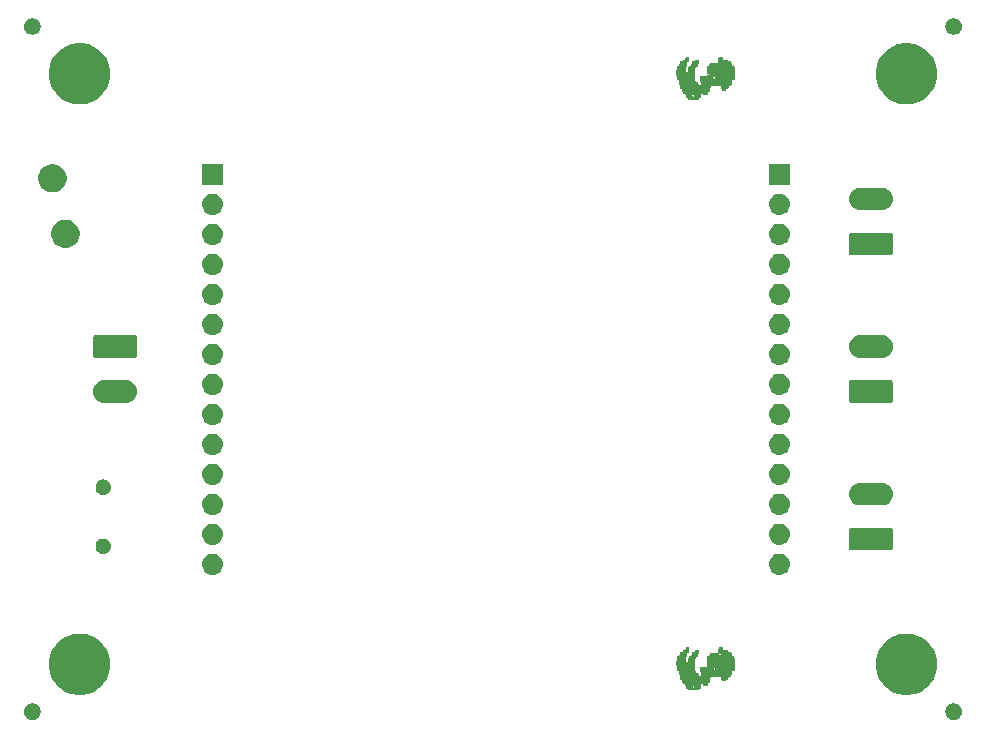
<source format=gbs>
G04 #@! TF.GenerationSoftware,KiCad,Pcbnew,(5.1.2-1)-1*
G04 #@! TF.CreationDate,2022-02-16T12:06:33-05:00*
G04 #@! TF.ProjectId,AmpClassD_Daugher,416d7043-6c61-4737-9344-5f4461756768,rev?*
G04 #@! TF.SameCoordinates,Original*
G04 #@! TF.FileFunction,Soldermask,Bot*
G04 #@! TF.FilePolarity,Negative*
%FSLAX46Y46*%
G04 Gerber Fmt 4.6, Leading zero omitted, Abs format (unit mm)*
G04 Created by KiCad (PCBNEW (5.1.2-1)-1) date 2022-02-16 12:06:33*
%MOMM*%
%LPD*%
G04 APERTURE LIST*
%ADD10C,0.010000*%
%ADD11C,0.100000*%
G04 APERTURE END LIST*
D10*
G36*
X120603000Y-90063500D02*
G01*
X120603000Y-90444500D01*
X120730000Y-90444500D01*
X120730000Y-90825500D01*
X120857000Y-90825500D01*
X120857000Y-91206500D01*
X120984000Y-91206500D01*
X120984000Y-91460500D01*
X121111000Y-91460500D01*
X121111000Y-91587500D01*
X121238000Y-91587500D01*
X121238000Y-91714500D01*
X121365000Y-91714500D01*
X121365000Y-91968500D01*
X121492000Y-91968500D01*
X121492000Y-92095500D01*
X122381000Y-92095500D01*
X122381000Y-91968500D01*
X122508000Y-91968500D01*
X122508000Y-91460500D01*
X122635000Y-91460500D01*
X122635000Y-91587500D01*
X122762000Y-91587500D01*
X122762000Y-91714500D01*
X123143000Y-91714500D01*
X123143000Y-91460500D01*
X123270000Y-91460500D01*
X123270000Y-91079500D01*
X123397000Y-91079500D01*
X123397000Y-90952500D01*
X124286000Y-90952500D01*
X124286000Y-91206500D01*
X124413000Y-91206500D01*
X124413000Y-91333500D01*
X124667000Y-91333500D01*
X124667000Y-91206500D01*
X124794000Y-91206500D01*
X124794000Y-91079500D01*
X124921000Y-91079500D01*
X124921000Y-90952500D01*
X125048000Y-90952500D01*
X125048000Y-90825500D01*
X125175000Y-90825500D01*
X125175000Y-90444500D01*
X125428975Y-90444500D01*
X125429622Y-89935865D01*
X125430270Y-89427230D01*
X125366051Y-89427948D01*
X125301832Y-89428667D01*
X125302551Y-89364448D01*
X125303270Y-89300230D01*
X125239135Y-89300948D01*
X125175000Y-89301667D01*
X125175000Y-89047500D01*
X125048000Y-89047500D01*
X125048000Y-88920500D01*
X124794000Y-88920500D01*
X124794000Y-88793500D01*
X124413000Y-88793500D01*
X124413000Y-88539500D01*
X124159000Y-88539500D01*
X124159000Y-88666500D01*
X124032000Y-88666500D01*
X124032000Y-89047500D01*
X124286000Y-89047500D01*
X124286000Y-89174500D01*
X124032000Y-89174500D01*
X124032000Y-89047500D01*
X123524000Y-89047500D01*
X123524000Y-90190500D01*
X123778000Y-90190500D01*
X123778000Y-90444500D01*
X123651000Y-90444500D01*
X123651000Y-90317500D01*
X123524000Y-90317500D01*
X123524000Y-90190500D01*
X123524000Y-89047500D01*
X123397000Y-89047500D01*
X123397000Y-89174500D01*
X123270000Y-89174500D01*
X123270000Y-89301500D01*
X123143000Y-89301500D01*
X123143000Y-89936500D01*
X123270000Y-89936500D01*
X123270000Y-90063500D01*
X123143000Y-90063500D01*
X123143000Y-90190500D01*
X122508000Y-90190500D01*
X122508000Y-90571500D01*
X122635000Y-90571500D01*
X122635000Y-90952500D01*
X122381000Y-90952500D01*
X122381000Y-90825500D01*
X122254000Y-90825500D01*
X122254000Y-90698500D01*
X122127000Y-90698500D01*
X122127000Y-90571500D01*
X122000000Y-90571500D01*
X122000000Y-89428500D01*
X122127000Y-89428500D01*
X122127000Y-89301500D01*
X122254000Y-89301500D01*
X122254000Y-89047500D01*
X122381000Y-89047500D01*
X122381000Y-88793500D01*
X122127000Y-88793500D01*
X122127000Y-88920500D01*
X121873000Y-88920500D01*
X121873000Y-89174500D01*
X121746000Y-89174500D01*
X121746000Y-89301500D01*
X121746000Y-91587500D01*
X121873000Y-91587500D01*
X121873000Y-91714500D01*
X122000000Y-91714500D01*
X122000000Y-91968500D01*
X121873000Y-91968500D01*
X121873000Y-91841500D01*
X121746000Y-91841500D01*
X121746000Y-91587500D01*
X121746000Y-89301500D01*
X121619000Y-89301500D01*
X121619000Y-89428500D01*
X121492000Y-89428500D01*
X121492000Y-89809500D01*
X121365000Y-89809500D01*
X121365000Y-90571500D01*
X121238000Y-90571500D01*
X121238000Y-89301500D01*
X121365000Y-89301500D01*
X121365000Y-88920500D01*
X121492000Y-88920500D01*
X121492000Y-88539500D01*
X121365000Y-88539500D01*
X121365000Y-88666500D01*
X121238000Y-88666500D01*
X121238000Y-88793500D01*
X121111000Y-88793500D01*
X121111000Y-88920500D01*
X120857000Y-88920500D01*
X120857000Y-89174500D01*
X120730000Y-89174500D01*
X120730000Y-89301500D01*
X120603000Y-89301500D01*
X120603000Y-89682500D01*
X120476000Y-89682500D01*
X120476000Y-90063500D01*
X120603000Y-90063500D01*
X120603000Y-90063500D01*
G37*
X120603000Y-90063500D02*
X120603000Y-90444500D01*
X120730000Y-90444500D01*
X120730000Y-90825500D01*
X120857000Y-90825500D01*
X120857000Y-91206500D01*
X120984000Y-91206500D01*
X120984000Y-91460500D01*
X121111000Y-91460500D01*
X121111000Y-91587500D01*
X121238000Y-91587500D01*
X121238000Y-91714500D01*
X121365000Y-91714500D01*
X121365000Y-91968500D01*
X121492000Y-91968500D01*
X121492000Y-92095500D01*
X122381000Y-92095500D01*
X122381000Y-91968500D01*
X122508000Y-91968500D01*
X122508000Y-91460500D01*
X122635000Y-91460500D01*
X122635000Y-91587500D01*
X122762000Y-91587500D01*
X122762000Y-91714500D01*
X123143000Y-91714500D01*
X123143000Y-91460500D01*
X123270000Y-91460500D01*
X123270000Y-91079500D01*
X123397000Y-91079500D01*
X123397000Y-90952500D01*
X124286000Y-90952500D01*
X124286000Y-91206500D01*
X124413000Y-91206500D01*
X124413000Y-91333500D01*
X124667000Y-91333500D01*
X124667000Y-91206500D01*
X124794000Y-91206500D01*
X124794000Y-91079500D01*
X124921000Y-91079500D01*
X124921000Y-90952500D01*
X125048000Y-90952500D01*
X125048000Y-90825500D01*
X125175000Y-90825500D01*
X125175000Y-90444500D01*
X125428975Y-90444500D01*
X125429622Y-89935865D01*
X125430270Y-89427230D01*
X125366051Y-89427948D01*
X125301832Y-89428667D01*
X125302551Y-89364448D01*
X125303270Y-89300230D01*
X125239135Y-89300948D01*
X125175000Y-89301667D01*
X125175000Y-89047500D01*
X125048000Y-89047500D01*
X125048000Y-88920500D01*
X124794000Y-88920500D01*
X124794000Y-88793500D01*
X124413000Y-88793500D01*
X124413000Y-88539500D01*
X124159000Y-88539500D01*
X124159000Y-88666500D01*
X124032000Y-88666500D01*
X124032000Y-89047500D01*
X124286000Y-89047500D01*
X124286000Y-89174500D01*
X124032000Y-89174500D01*
X124032000Y-89047500D01*
X123524000Y-89047500D01*
X123524000Y-90190500D01*
X123778000Y-90190500D01*
X123778000Y-90444500D01*
X123651000Y-90444500D01*
X123651000Y-90317500D01*
X123524000Y-90317500D01*
X123524000Y-90190500D01*
X123524000Y-89047500D01*
X123397000Y-89047500D01*
X123397000Y-89174500D01*
X123270000Y-89174500D01*
X123270000Y-89301500D01*
X123143000Y-89301500D01*
X123143000Y-89936500D01*
X123270000Y-89936500D01*
X123270000Y-90063500D01*
X123143000Y-90063500D01*
X123143000Y-90190500D01*
X122508000Y-90190500D01*
X122508000Y-90571500D01*
X122635000Y-90571500D01*
X122635000Y-90952500D01*
X122381000Y-90952500D01*
X122381000Y-90825500D01*
X122254000Y-90825500D01*
X122254000Y-90698500D01*
X122127000Y-90698500D01*
X122127000Y-90571500D01*
X122000000Y-90571500D01*
X122000000Y-89428500D01*
X122127000Y-89428500D01*
X122127000Y-89301500D01*
X122254000Y-89301500D01*
X122254000Y-89047500D01*
X122381000Y-89047500D01*
X122381000Y-88793500D01*
X122127000Y-88793500D01*
X122127000Y-88920500D01*
X121873000Y-88920500D01*
X121873000Y-89174500D01*
X121746000Y-89174500D01*
X121746000Y-89301500D01*
X121746000Y-91587500D01*
X121873000Y-91587500D01*
X121873000Y-91714500D01*
X122000000Y-91714500D01*
X122000000Y-91968500D01*
X121873000Y-91968500D01*
X121873000Y-91841500D01*
X121746000Y-91841500D01*
X121746000Y-91587500D01*
X121746000Y-89301500D01*
X121619000Y-89301500D01*
X121619000Y-89428500D01*
X121492000Y-89428500D01*
X121492000Y-89809500D01*
X121365000Y-89809500D01*
X121365000Y-90571500D01*
X121238000Y-90571500D01*
X121238000Y-89301500D01*
X121365000Y-89301500D01*
X121365000Y-88920500D01*
X121492000Y-88920500D01*
X121492000Y-88539500D01*
X121365000Y-88539500D01*
X121365000Y-88666500D01*
X121238000Y-88666500D01*
X121238000Y-88793500D01*
X121111000Y-88793500D01*
X121111000Y-88920500D01*
X120857000Y-88920500D01*
X120857000Y-89174500D01*
X120730000Y-89174500D01*
X120730000Y-89301500D01*
X120603000Y-89301500D01*
X120603000Y-89682500D01*
X120476000Y-89682500D01*
X120476000Y-90063500D01*
X120603000Y-90063500D01*
G36*
X120603000Y-40063500D02*
G01*
X120603000Y-40444500D01*
X120730000Y-40444500D01*
X120730000Y-40825500D01*
X120857000Y-40825500D01*
X120857000Y-41206500D01*
X120984000Y-41206500D01*
X120984000Y-41460500D01*
X121111000Y-41460500D01*
X121111000Y-41587500D01*
X121238000Y-41587500D01*
X121238000Y-41714500D01*
X121365000Y-41714500D01*
X121365000Y-41968500D01*
X121492000Y-41968500D01*
X121492000Y-42095500D01*
X122381000Y-42095500D01*
X122381000Y-41968500D01*
X122508000Y-41968500D01*
X122508000Y-41460500D01*
X122635000Y-41460500D01*
X122635000Y-41587500D01*
X122762000Y-41587500D01*
X122762000Y-41714500D01*
X123143000Y-41714500D01*
X123143000Y-41460500D01*
X123270000Y-41460500D01*
X123270000Y-41079500D01*
X123397000Y-41079500D01*
X123397000Y-40952500D01*
X124286000Y-40952500D01*
X124286000Y-41206500D01*
X124413000Y-41206500D01*
X124413000Y-41333500D01*
X124667000Y-41333500D01*
X124667000Y-41206500D01*
X124794000Y-41206500D01*
X124794000Y-41079500D01*
X124921000Y-41079500D01*
X124921000Y-40952500D01*
X125048000Y-40952500D01*
X125048000Y-40825500D01*
X125175000Y-40825500D01*
X125175000Y-40444500D01*
X125428975Y-40444500D01*
X125429622Y-39935865D01*
X125430270Y-39427230D01*
X125366051Y-39427948D01*
X125301832Y-39428667D01*
X125302551Y-39364448D01*
X125303270Y-39300230D01*
X125239135Y-39300948D01*
X125175000Y-39301667D01*
X125175000Y-39047500D01*
X125048000Y-39047500D01*
X125048000Y-38920500D01*
X124794000Y-38920500D01*
X124794000Y-38793500D01*
X124413000Y-38793500D01*
X124413000Y-38539500D01*
X124159000Y-38539500D01*
X124159000Y-38666500D01*
X124032000Y-38666500D01*
X124032000Y-39047500D01*
X124286000Y-39047500D01*
X124286000Y-39174500D01*
X124032000Y-39174500D01*
X124032000Y-39047500D01*
X123524000Y-39047500D01*
X123524000Y-40190500D01*
X123778000Y-40190500D01*
X123778000Y-40444500D01*
X123651000Y-40444500D01*
X123651000Y-40317500D01*
X123524000Y-40317500D01*
X123524000Y-40190500D01*
X123524000Y-39047500D01*
X123397000Y-39047500D01*
X123397000Y-39174500D01*
X123270000Y-39174500D01*
X123270000Y-39301500D01*
X123143000Y-39301500D01*
X123143000Y-39936500D01*
X123270000Y-39936500D01*
X123270000Y-40063500D01*
X123143000Y-40063500D01*
X123143000Y-40190500D01*
X122508000Y-40190500D01*
X122508000Y-40571500D01*
X122635000Y-40571500D01*
X122635000Y-40952500D01*
X122381000Y-40952500D01*
X122381000Y-40825500D01*
X122254000Y-40825500D01*
X122254000Y-40698500D01*
X122127000Y-40698500D01*
X122127000Y-40571500D01*
X122000000Y-40571500D01*
X122000000Y-39428500D01*
X122127000Y-39428500D01*
X122127000Y-39301500D01*
X122254000Y-39301500D01*
X122254000Y-39047500D01*
X122381000Y-39047500D01*
X122381000Y-38793500D01*
X122127000Y-38793500D01*
X122127000Y-38920500D01*
X121873000Y-38920500D01*
X121873000Y-39174500D01*
X121746000Y-39174500D01*
X121746000Y-39301500D01*
X121746000Y-41587500D01*
X121873000Y-41587500D01*
X121873000Y-41714500D01*
X122000000Y-41714500D01*
X122000000Y-41968500D01*
X121873000Y-41968500D01*
X121873000Y-41841500D01*
X121746000Y-41841500D01*
X121746000Y-41587500D01*
X121746000Y-39301500D01*
X121619000Y-39301500D01*
X121619000Y-39428500D01*
X121492000Y-39428500D01*
X121492000Y-39809500D01*
X121365000Y-39809500D01*
X121365000Y-40571500D01*
X121238000Y-40571500D01*
X121238000Y-39301500D01*
X121365000Y-39301500D01*
X121365000Y-38920500D01*
X121492000Y-38920500D01*
X121492000Y-38539500D01*
X121365000Y-38539500D01*
X121365000Y-38666500D01*
X121238000Y-38666500D01*
X121238000Y-38793500D01*
X121111000Y-38793500D01*
X121111000Y-38920500D01*
X120857000Y-38920500D01*
X120857000Y-39174500D01*
X120730000Y-39174500D01*
X120730000Y-39301500D01*
X120603000Y-39301500D01*
X120603000Y-39682500D01*
X120476000Y-39682500D01*
X120476000Y-40063500D01*
X120603000Y-40063500D01*
X120603000Y-40063500D01*
G37*
X120603000Y-40063500D02*
X120603000Y-40444500D01*
X120730000Y-40444500D01*
X120730000Y-40825500D01*
X120857000Y-40825500D01*
X120857000Y-41206500D01*
X120984000Y-41206500D01*
X120984000Y-41460500D01*
X121111000Y-41460500D01*
X121111000Y-41587500D01*
X121238000Y-41587500D01*
X121238000Y-41714500D01*
X121365000Y-41714500D01*
X121365000Y-41968500D01*
X121492000Y-41968500D01*
X121492000Y-42095500D01*
X122381000Y-42095500D01*
X122381000Y-41968500D01*
X122508000Y-41968500D01*
X122508000Y-41460500D01*
X122635000Y-41460500D01*
X122635000Y-41587500D01*
X122762000Y-41587500D01*
X122762000Y-41714500D01*
X123143000Y-41714500D01*
X123143000Y-41460500D01*
X123270000Y-41460500D01*
X123270000Y-41079500D01*
X123397000Y-41079500D01*
X123397000Y-40952500D01*
X124286000Y-40952500D01*
X124286000Y-41206500D01*
X124413000Y-41206500D01*
X124413000Y-41333500D01*
X124667000Y-41333500D01*
X124667000Y-41206500D01*
X124794000Y-41206500D01*
X124794000Y-41079500D01*
X124921000Y-41079500D01*
X124921000Y-40952500D01*
X125048000Y-40952500D01*
X125048000Y-40825500D01*
X125175000Y-40825500D01*
X125175000Y-40444500D01*
X125428975Y-40444500D01*
X125429622Y-39935865D01*
X125430270Y-39427230D01*
X125366051Y-39427948D01*
X125301832Y-39428667D01*
X125302551Y-39364448D01*
X125303270Y-39300230D01*
X125239135Y-39300948D01*
X125175000Y-39301667D01*
X125175000Y-39047500D01*
X125048000Y-39047500D01*
X125048000Y-38920500D01*
X124794000Y-38920500D01*
X124794000Y-38793500D01*
X124413000Y-38793500D01*
X124413000Y-38539500D01*
X124159000Y-38539500D01*
X124159000Y-38666500D01*
X124032000Y-38666500D01*
X124032000Y-39047500D01*
X124286000Y-39047500D01*
X124286000Y-39174500D01*
X124032000Y-39174500D01*
X124032000Y-39047500D01*
X123524000Y-39047500D01*
X123524000Y-40190500D01*
X123778000Y-40190500D01*
X123778000Y-40444500D01*
X123651000Y-40444500D01*
X123651000Y-40317500D01*
X123524000Y-40317500D01*
X123524000Y-40190500D01*
X123524000Y-39047500D01*
X123397000Y-39047500D01*
X123397000Y-39174500D01*
X123270000Y-39174500D01*
X123270000Y-39301500D01*
X123143000Y-39301500D01*
X123143000Y-39936500D01*
X123270000Y-39936500D01*
X123270000Y-40063500D01*
X123143000Y-40063500D01*
X123143000Y-40190500D01*
X122508000Y-40190500D01*
X122508000Y-40571500D01*
X122635000Y-40571500D01*
X122635000Y-40952500D01*
X122381000Y-40952500D01*
X122381000Y-40825500D01*
X122254000Y-40825500D01*
X122254000Y-40698500D01*
X122127000Y-40698500D01*
X122127000Y-40571500D01*
X122000000Y-40571500D01*
X122000000Y-39428500D01*
X122127000Y-39428500D01*
X122127000Y-39301500D01*
X122254000Y-39301500D01*
X122254000Y-39047500D01*
X122381000Y-39047500D01*
X122381000Y-38793500D01*
X122127000Y-38793500D01*
X122127000Y-38920500D01*
X121873000Y-38920500D01*
X121873000Y-39174500D01*
X121746000Y-39174500D01*
X121746000Y-39301500D01*
X121746000Y-41587500D01*
X121873000Y-41587500D01*
X121873000Y-41714500D01*
X122000000Y-41714500D01*
X122000000Y-41968500D01*
X121873000Y-41968500D01*
X121873000Y-41841500D01*
X121746000Y-41841500D01*
X121746000Y-41587500D01*
X121746000Y-39301500D01*
X121619000Y-39301500D01*
X121619000Y-39428500D01*
X121492000Y-39428500D01*
X121492000Y-39809500D01*
X121365000Y-39809500D01*
X121365000Y-40571500D01*
X121238000Y-40571500D01*
X121238000Y-39301500D01*
X121365000Y-39301500D01*
X121365000Y-38920500D01*
X121492000Y-38920500D01*
X121492000Y-38539500D01*
X121365000Y-38539500D01*
X121365000Y-38666500D01*
X121238000Y-38666500D01*
X121238000Y-38793500D01*
X121111000Y-38793500D01*
X121111000Y-38920500D01*
X120857000Y-38920500D01*
X120857000Y-39174500D01*
X120730000Y-39174500D01*
X120730000Y-39301500D01*
X120603000Y-39301500D01*
X120603000Y-39682500D01*
X120476000Y-39682500D01*
X120476000Y-40063500D01*
X120603000Y-40063500D01*
D11*
G36*
X144204473Y-93325938D02*
G01*
X144332049Y-93378782D01*
X144446859Y-93455495D01*
X144544505Y-93553141D01*
X144621218Y-93667951D01*
X144674062Y-93795527D01*
X144701000Y-93930956D01*
X144701000Y-94069044D01*
X144674062Y-94204473D01*
X144621218Y-94332049D01*
X144544505Y-94446859D01*
X144446859Y-94544505D01*
X144332049Y-94621218D01*
X144204473Y-94674062D01*
X144069044Y-94701000D01*
X143930956Y-94701000D01*
X143795527Y-94674062D01*
X143667951Y-94621218D01*
X143553141Y-94544505D01*
X143455495Y-94446859D01*
X143378782Y-94332049D01*
X143325938Y-94204473D01*
X143299000Y-94069044D01*
X143299000Y-93930956D01*
X143325938Y-93795527D01*
X143378782Y-93667951D01*
X143455495Y-93553141D01*
X143553141Y-93455495D01*
X143667951Y-93378782D01*
X143795527Y-93325938D01*
X143930956Y-93299000D01*
X144069044Y-93299000D01*
X144204473Y-93325938D01*
X144204473Y-93325938D01*
G37*
G36*
X66204473Y-93325938D02*
G01*
X66332049Y-93378782D01*
X66446859Y-93455495D01*
X66544505Y-93553141D01*
X66621218Y-93667951D01*
X66674062Y-93795527D01*
X66701000Y-93930956D01*
X66701000Y-94069044D01*
X66674062Y-94204473D01*
X66621218Y-94332049D01*
X66544505Y-94446859D01*
X66446859Y-94544505D01*
X66332049Y-94621218D01*
X66204473Y-94674062D01*
X66069044Y-94701000D01*
X65930956Y-94701000D01*
X65795527Y-94674062D01*
X65667951Y-94621218D01*
X65553141Y-94544505D01*
X65455495Y-94446859D01*
X65378782Y-94332049D01*
X65325938Y-94204473D01*
X65299000Y-94069044D01*
X65299000Y-93930956D01*
X65325938Y-93795527D01*
X65378782Y-93667951D01*
X65455495Y-93553141D01*
X65553141Y-93455495D01*
X65667951Y-93378782D01*
X65795527Y-93325938D01*
X65930956Y-93299000D01*
X66069044Y-93299000D01*
X66204473Y-93325938D01*
X66204473Y-93325938D01*
G37*
G36*
X140591318Y-87465052D02*
G01*
X140758859Y-87498378D01*
X141232320Y-87694492D01*
X141658423Y-87979205D01*
X142020795Y-88341577D01*
X142305508Y-88767680D01*
X142501622Y-89241141D01*
X142601600Y-89743765D01*
X142601600Y-90256235D01*
X142501622Y-90758859D01*
X142305508Y-91232320D01*
X142020795Y-91658423D01*
X141658423Y-92020795D01*
X141232320Y-92305508D01*
X140758859Y-92501622D01*
X140591318Y-92534948D01*
X140256237Y-92601600D01*
X139743763Y-92601600D01*
X139408682Y-92534948D01*
X139241141Y-92501622D01*
X138767680Y-92305508D01*
X138341577Y-92020795D01*
X137979205Y-91658423D01*
X137694492Y-91232320D01*
X137498378Y-90758859D01*
X137398400Y-90256235D01*
X137398400Y-89743765D01*
X137498378Y-89241141D01*
X137694492Y-88767680D01*
X137979205Y-88341577D01*
X138341577Y-87979205D01*
X138767680Y-87694492D01*
X139241141Y-87498378D01*
X139408682Y-87465052D01*
X139743763Y-87398400D01*
X140256237Y-87398400D01*
X140591318Y-87465052D01*
X140591318Y-87465052D01*
G37*
G36*
X70591318Y-87465052D02*
G01*
X70758859Y-87498378D01*
X71232320Y-87694492D01*
X71658423Y-87979205D01*
X72020795Y-88341577D01*
X72305508Y-88767680D01*
X72501622Y-89241141D01*
X72601600Y-89743765D01*
X72601600Y-90256235D01*
X72501622Y-90758859D01*
X72305508Y-91232320D01*
X72020795Y-91658423D01*
X71658423Y-92020795D01*
X71232320Y-92305508D01*
X70758859Y-92501622D01*
X70591318Y-92534948D01*
X70256237Y-92601600D01*
X69743763Y-92601600D01*
X69408682Y-92534948D01*
X69241141Y-92501622D01*
X68767680Y-92305508D01*
X68341577Y-92020795D01*
X67979205Y-91658423D01*
X67694492Y-91232320D01*
X67498378Y-90758859D01*
X67398400Y-90256235D01*
X67398400Y-89743765D01*
X67498378Y-89241141D01*
X67694492Y-88767680D01*
X67979205Y-88341577D01*
X68341577Y-87979205D01*
X68767680Y-87694492D01*
X69241141Y-87498378D01*
X69408682Y-87465052D01*
X69743763Y-87398400D01*
X70256237Y-87398400D01*
X70591318Y-87465052D01*
X70591318Y-87465052D01*
G37*
G36*
X129360442Y-80625518D02*
G01*
X129426627Y-80632037D01*
X129596466Y-80683557D01*
X129752991Y-80767222D01*
X129788729Y-80796552D01*
X129890186Y-80879814D01*
X129973448Y-80981271D01*
X130002778Y-81017009D01*
X130086443Y-81173534D01*
X130137963Y-81343373D01*
X130155359Y-81520000D01*
X130137963Y-81696627D01*
X130086443Y-81866466D01*
X130002778Y-82022991D01*
X129973448Y-82058729D01*
X129890186Y-82160186D01*
X129788729Y-82243448D01*
X129752991Y-82272778D01*
X129596466Y-82356443D01*
X129426627Y-82407963D01*
X129360443Y-82414481D01*
X129294260Y-82421000D01*
X129205740Y-82421000D01*
X129139557Y-82414481D01*
X129073373Y-82407963D01*
X128903534Y-82356443D01*
X128747009Y-82272778D01*
X128711271Y-82243448D01*
X128609814Y-82160186D01*
X128526552Y-82058729D01*
X128497222Y-82022991D01*
X128413557Y-81866466D01*
X128362037Y-81696627D01*
X128344641Y-81520000D01*
X128362037Y-81343373D01*
X128413557Y-81173534D01*
X128497222Y-81017009D01*
X128526552Y-80981271D01*
X128609814Y-80879814D01*
X128711271Y-80796552D01*
X128747009Y-80767222D01*
X128903534Y-80683557D01*
X129073373Y-80632037D01*
X129139558Y-80625518D01*
X129205740Y-80619000D01*
X129294260Y-80619000D01*
X129360442Y-80625518D01*
X129360442Y-80625518D01*
G37*
G36*
X81360442Y-80625518D02*
G01*
X81426627Y-80632037D01*
X81596466Y-80683557D01*
X81752991Y-80767222D01*
X81788729Y-80796552D01*
X81890186Y-80879814D01*
X81973448Y-80981271D01*
X82002778Y-81017009D01*
X82086443Y-81173534D01*
X82137963Y-81343373D01*
X82155359Y-81520000D01*
X82137963Y-81696627D01*
X82086443Y-81866466D01*
X82002778Y-82022991D01*
X81973448Y-82058729D01*
X81890186Y-82160186D01*
X81788729Y-82243448D01*
X81752991Y-82272778D01*
X81596466Y-82356443D01*
X81426627Y-82407963D01*
X81360443Y-82414481D01*
X81294260Y-82421000D01*
X81205740Y-82421000D01*
X81139557Y-82414481D01*
X81073373Y-82407963D01*
X80903534Y-82356443D01*
X80747009Y-82272778D01*
X80711271Y-82243448D01*
X80609814Y-82160186D01*
X80526552Y-82058729D01*
X80497222Y-82022991D01*
X80413557Y-81866466D01*
X80362037Y-81696627D01*
X80344641Y-81520000D01*
X80362037Y-81343373D01*
X80413557Y-81173534D01*
X80497222Y-81017009D01*
X80526552Y-80981271D01*
X80609814Y-80879814D01*
X80711271Y-80796552D01*
X80747009Y-80767222D01*
X80903534Y-80683557D01*
X81073373Y-80632037D01*
X81139558Y-80625518D01*
X81205740Y-80619000D01*
X81294260Y-80619000D01*
X81360442Y-80625518D01*
X81360442Y-80625518D01*
G37*
G36*
X72189890Y-79374017D02*
G01*
X72308364Y-79423091D01*
X72414988Y-79494335D01*
X72505665Y-79585012D01*
X72576909Y-79691636D01*
X72625983Y-79810110D01*
X72651000Y-79935882D01*
X72651000Y-80064118D01*
X72625983Y-80189890D01*
X72576909Y-80308364D01*
X72505665Y-80414988D01*
X72414988Y-80505665D01*
X72308364Y-80576909D01*
X72308363Y-80576910D01*
X72308362Y-80576910D01*
X72189890Y-80625983D01*
X72064119Y-80651000D01*
X71935881Y-80651000D01*
X71810110Y-80625983D01*
X71691638Y-80576910D01*
X71691637Y-80576910D01*
X71691636Y-80576909D01*
X71585012Y-80505665D01*
X71494335Y-80414988D01*
X71423091Y-80308364D01*
X71374017Y-80189890D01*
X71349000Y-80064118D01*
X71349000Y-79935882D01*
X71374017Y-79810110D01*
X71423091Y-79691636D01*
X71494335Y-79585012D01*
X71585012Y-79494335D01*
X71691636Y-79423091D01*
X71810110Y-79374017D01*
X71935881Y-79349000D01*
X72064119Y-79349000D01*
X72189890Y-79374017D01*
X72189890Y-79374017D01*
G37*
G36*
X138710915Y-78457934D02*
G01*
X138743424Y-78467795D01*
X138773382Y-78483809D01*
X138799641Y-78505359D01*
X138821191Y-78531618D01*
X138837205Y-78561576D01*
X138847066Y-78594085D01*
X138851000Y-78634029D01*
X138851000Y-80175971D01*
X138847066Y-80215915D01*
X138837205Y-80248424D01*
X138821191Y-80278382D01*
X138799641Y-80304641D01*
X138773382Y-80326191D01*
X138743424Y-80342205D01*
X138710915Y-80352066D01*
X138670971Y-80356000D01*
X135329029Y-80356000D01*
X135289085Y-80352066D01*
X135256576Y-80342205D01*
X135226618Y-80326191D01*
X135200359Y-80304641D01*
X135178809Y-80278382D01*
X135162795Y-80248424D01*
X135152934Y-80215915D01*
X135149000Y-80175971D01*
X135149000Y-78634029D01*
X135152934Y-78594085D01*
X135162795Y-78561576D01*
X135178809Y-78531618D01*
X135200359Y-78505359D01*
X135226618Y-78483809D01*
X135256576Y-78467795D01*
X135289085Y-78457934D01*
X135329029Y-78454000D01*
X138670971Y-78454000D01*
X138710915Y-78457934D01*
X138710915Y-78457934D01*
G37*
G36*
X129360442Y-78085518D02*
G01*
X129426627Y-78092037D01*
X129596466Y-78143557D01*
X129752991Y-78227222D01*
X129788729Y-78256552D01*
X129890186Y-78339814D01*
X129973448Y-78441271D01*
X130002778Y-78477009D01*
X130086443Y-78633534D01*
X130137963Y-78803373D01*
X130155359Y-78980000D01*
X130137963Y-79156627D01*
X130086443Y-79326466D01*
X130002778Y-79482991D01*
X129993468Y-79494335D01*
X129890186Y-79620186D01*
X129803120Y-79691638D01*
X129752991Y-79732778D01*
X129596466Y-79816443D01*
X129426627Y-79867963D01*
X129360442Y-79874482D01*
X129294260Y-79881000D01*
X129205740Y-79881000D01*
X129139558Y-79874482D01*
X129073373Y-79867963D01*
X128903534Y-79816443D01*
X128747009Y-79732778D01*
X128696880Y-79691638D01*
X128609814Y-79620186D01*
X128506532Y-79494335D01*
X128497222Y-79482991D01*
X128413557Y-79326466D01*
X128362037Y-79156627D01*
X128344641Y-78980000D01*
X128362037Y-78803373D01*
X128413557Y-78633534D01*
X128497222Y-78477009D01*
X128526552Y-78441271D01*
X128609814Y-78339814D01*
X128711271Y-78256552D01*
X128747009Y-78227222D01*
X128903534Y-78143557D01*
X129073373Y-78092037D01*
X129139558Y-78085518D01*
X129205740Y-78079000D01*
X129294260Y-78079000D01*
X129360442Y-78085518D01*
X129360442Y-78085518D01*
G37*
G36*
X81360442Y-78085518D02*
G01*
X81426627Y-78092037D01*
X81596466Y-78143557D01*
X81752991Y-78227222D01*
X81788729Y-78256552D01*
X81890186Y-78339814D01*
X81973448Y-78441271D01*
X82002778Y-78477009D01*
X82086443Y-78633534D01*
X82137963Y-78803373D01*
X82155359Y-78980000D01*
X82137963Y-79156627D01*
X82086443Y-79326466D01*
X82002778Y-79482991D01*
X81993468Y-79494335D01*
X81890186Y-79620186D01*
X81803120Y-79691638D01*
X81752991Y-79732778D01*
X81596466Y-79816443D01*
X81426627Y-79867963D01*
X81360442Y-79874482D01*
X81294260Y-79881000D01*
X81205740Y-79881000D01*
X81139558Y-79874482D01*
X81073373Y-79867963D01*
X80903534Y-79816443D01*
X80747009Y-79732778D01*
X80696880Y-79691638D01*
X80609814Y-79620186D01*
X80506532Y-79494335D01*
X80497222Y-79482991D01*
X80413557Y-79326466D01*
X80362037Y-79156627D01*
X80344641Y-78980000D01*
X80362037Y-78803373D01*
X80413557Y-78633534D01*
X80497222Y-78477009D01*
X80526552Y-78441271D01*
X80609814Y-78339814D01*
X80711271Y-78256552D01*
X80747009Y-78227222D01*
X80903534Y-78143557D01*
X81073373Y-78092037D01*
X81139558Y-78085518D01*
X81205740Y-78079000D01*
X81294260Y-78079000D01*
X81360442Y-78085518D01*
X81360442Y-78085518D01*
G37*
G36*
X129360442Y-75545518D02*
G01*
X129426627Y-75552037D01*
X129596466Y-75603557D01*
X129752991Y-75687222D01*
X129788729Y-75716552D01*
X129890186Y-75799814D01*
X129973448Y-75901271D01*
X130002778Y-75937009D01*
X130086443Y-76093534D01*
X130137963Y-76263373D01*
X130155359Y-76440000D01*
X130137963Y-76616627D01*
X130086443Y-76786466D01*
X130002778Y-76942991D01*
X129973448Y-76978729D01*
X129890186Y-77080186D01*
X129788729Y-77163448D01*
X129752991Y-77192778D01*
X129596466Y-77276443D01*
X129426627Y-77327963D01*
X129360442Y-77334482D01*
X129294260Y-77341000D01*
X129205740Y-77341000D01*
X129139558Y-77334482D01*
X129073373Y-77327963D01*
X128903534Y-77276443D01*
X128747009Y-77192778D01*
X128711271Y-77163448D01*
X128609814Y-77080186D01*
X128526552Y-76978729D01*
X128497222Y-76942991D01*
X128413557Y-76786466D01*
X128362037Y-76616627D01*
X128344641Y-76440000D01*
X128362037Y-76263373D01*
X128413557Y-76093534D01*
X128497222Y-75937009D01*
X128526552Y-75901271D01*
X128609814Y-75799814D01*
X128711271Y-75716552D01*
X128747009Y-75687222D01*
X128903534Y-75603557D01*
X129073373Y-75552037D01*
X129139558Y-75545518D01*
X129205740Y-75539000D01*
X129294260Y-75539000D01*
X129360442Y-75545518D01*
X129360442Y-75545518D01*
G37*
G36*
X81360442Y-75545518D02*
G01*
X81426627Y-75552037D01*
X81596466Y-75603557D01*
X81752991Y-75687222D01*
X81788729Y-75716552D01*
X81890186Y-75799814D01*
X81973448Y-75901271D01*
X82002778Y-75937009D01*
X82086443Y-76093534D01*
X82137963Y-76263373D01*
X82155359Y-76440000D01*
X82137963Y-76616627D01*
X82086443Y-76786466D01*
X82002778Y-76942991D01*
X81973448Y-76978729D01*
X81890186Y-77080186D01*
X81788729Y-77163448D01*
X81752991Y-77192778D01*
X81596466Y-77276443D01*
X81426627Y-77327963D01*
X81360442Y-77334482D01*
X81294260Y-77341000D01*
X81205740Y-77341000D01*
X81139558Y-77334482D01*
X81073373Y-77327963D01*
X80903534Y-77276443D01*
X80747009Y-77192778D01*
X80711271Y-77163448D01*
X80609814Y-77080186D01*
X80526552Y-76978729D01*
X80497222Y-76942991D01*
X80413557Y-76786466D01*
X80362037Y-76616627D01*
X80344641Y-76440000D01*
X80362037Y-76263373D01*
X80413557Y-76093534D01*
X80497222Y-75937009D01*
X80526552Y-75901271D01*
X80609814Y-75799814D01*
X80711271Y-75716552D01*
X80747009Y-75687222D01*
X80903534Y-75603557D01*
X81073373Y-75552037D01*
X81139558Y-75545518D01*
X81205740Y-75539000D01*
X81294260Y-75539000D01*
X81360442Y-75545518D01*
X81360442Y-75545518D01*
G37*
G36*
X138086425Y-74657760D02*
G01*
X138086428Y-74657761D01*
X138086429Y-74657761D01*
X138265693Y-74712140D01*
X138265696Y-74712142D01*
X138265697Y-74712142D01*
X138430903Y-74800446D01*
X138575712Y-74919288D01*
X138694554Y-75064097D01*
X138761791Y-75189890D01*
X138782860Y-75229307D01*
X138837239Y-75408571D01*
X138837240Y-75408575D01*
X138855601Y-75595000D01*
X138837240Y-75781425D01*
X138837239Y-75781428D01*
X138837239Y-75781429D01*
X138782860Y-75960693D01*
X138782858Y-75960696D01*
X138782858Y-75960697D01*
X138694554Y-76125903D01*
X138575712Y-76270712D01*
X138430903Y-76389554D01*
X138265697Y-76477858D01*
X138265693Y-76477860D01*
X138086429Y-76532239D01*
X138086428Y-76532239D01*
X138086425Y-76532240D01*
X137946718Y-76546000D01*
X136053282Y-76546000D01*
X135913575Y-76532240D01*
X135913572Y-76532239D01*
X135913571Y-76532239D01*
X135734307Y-76477860D01*
X135734303Y-76477858D01*
X135569097Y-76389554D01*
X135424288Y-76270712D01*
X135305446Y-76125903D01*
X135217142Y-75960697D01*
X135217142Y-75960696D01*
X135217140Y-75960693D01*
X135162761Y-75781429D01*
X135162761Y-75781428D01*
X135162760Y-75781425D01*
X135144399Y-75595000D01*
X135162760Y-75408575D01*
X135162761Y-75408571D01*
X135217140Y-75229307D01*
X135238209Y-75189890D01*
X135305446Y-75064097D01*
X135424288Y-74919288D01*
X135569097Y-74800446D01*
X135734303Y-74712142D01*
X135734304Y-74712142D01*
X135734307Y-74712140D01*
X135913571Y-74657761D01*
X135913572Y-74657761D01*
X135913575Y-74657760D01*
X136053282Y-74644000D01*
X137946718Y-74644000D01*
X138086425Y-74657760D01*
X138086425Y-74657760D01*
G37*
G36*
X72189890Y-74374017D02*
G01*
X72308364Y-74423091D01*
X72414988Y-74494335D01*
X72505665Y-74585012D01*
X72550946Y-74652779D01*
X72576910Y-74691638D01*
X72625983Y-74810110D01*
X72651000Y-74935881D01*
X72651000Y-75064119D01*
X72625983Y-75189890D01*
X72609658Y-75229303D01*
X72576909Y-75308364D01*
X72505665Y-75414988D01*
X72414988Y-75505665D01*
X72308364Y-75576909D01*
X72308363Y-75576910D01*
X72308362Y-75576910D01*
X72189890Y-75625983D01*
X72064119Y-75651000D01*
X71935881Y-75651000D01*
X71810110Y-75625983D01*
X71691638Y-75576910D01*
X71691637Y-75576910D01*
X71691636Y-75576909D01*
X71585012Y-75505665D01*
X71494335Y-75414988D01*
X71423091Y-75308364D01*
X71390343Y-75229303D01*
X71374017Y-75189890D01*
X71349000Y-75064119D01*
X71349000Y-74935881D01*
X71374017Y-74810110D01*
X71423090Y-74691638D01*
X71449055Y-74652779D01*
X71494335Y-74585012D01*
X71585012Y-74494335D01*
X71691636Y-74423091D01*
X71810110Y-74374017D01*
X71935881Y-74349000D01*
X72064119Y-74349000D01*
X72189890Y-74374017D01*
X72189890Y-74374017D01*
G37*
G36*
X81360443Y-73005519D02*
G01*
X81426627Y-73012037D01*
X81596466Y-73063557D01*
X81752991Y-73147222D01*
X81788729Y-73176552D01*
X81890186Y-73259814D01*
X81973448Y-73361271D01*
X82002778Y-73397009D01*
X82086443Y-73553534D01*
X82137963Y-73723373D01*
X82155359Y-73900000D01*
X82137963Y-74076627D01*
X82086443Y-74246466D01*
X82002778Y-74402991D01*
X81986283Y-74423090D01*
X81890186Y-74540186D01*
X81788729Y-74623448D01*
X81752991Y-74652778D01*
X81596466Y-74736443D01*
X81426627Y-74787963D01*
X81360443Y-74794481D01*
X81294260Y-74801000D01*
X81205740Y-74801000D01*
X81139557Y-74794481D01*
X81073373Y-74787963D01*
X80903534Y-74736443D01*
X80747009Y-74652778D01*
X80711271Y-74623448D01*
X80609814Y-74540186D01*
X80513717Y-74423090D01*
X80497222Y-74402991D01*
X80413557Y-74246466D01*
X80362037Y-74076627D01*
X80344641Y-73900000D01*
X80362037Y-73723373D01*
X80413557Y-73553534D01*
X80497222Y-73397009D01*
X80526552Y-73361271D01*
X80609814Y-73259814D01*
X80711271Y-73176552D01*
X80747009Y-73147222D01*
X80903534Y-73063557D01*
X81073373Y-73012037D01*
X81139557Y-73005519D01*
X81205740Y-72999000D01*
X81294260Y-72999000D01*
X81360443Y-73005519D01*
X81360443Y-73005519D01*
G37*
G36*
X129360443Y-73005519D02*
G01*
X129426627Y-73012037D01*
X129596466Y-73063557D01*
X129752991Y-73147222D01*
X129788729Y-73176552D01*
X129890186Y-73259814D01*
X129973448Y-73361271D01*
X130002778Y-73397009D01*
X130086443Y-73553534D01*
X130137963Y-73723373D01*
X130155359Y-73900000D01*
X130137963Y-74076627D01*
X130086443Y-74246466D01*
X130002778Y-74402991D01*
X129986283Y-74423090D01*
X129890186Y-74540186D01*
X129788729Y-74623448D01*
X129752991Y-74652778D01*
X129596466Y-74736443D01*
X129426627Y-74787963D01*
X129360443Y-74794481D01*
X129294260Y-74801000D01*
X129205740Y-74801000D01*
X129139557Y-74794481D01*
X129073373Y-74787963D01*
X128903534Y-74736443D01*
X128747009Y-74652778D01*
X128711271Y-74623448D01*
X128609814Y-74540186D01*
X128513717Y-74423090D01*
X128497222Y-74402991D01*
X128413557Y-74246466D01*
X128362037Y-74076627D01*
X128344641Y-73900000D01*
X128362037Y-73723373D01*
X128413557Y-73553534D01*
X128497222Y-73397009D01*
X128526552Y-73361271D01*
X128609814Y-73259814D01*
X128711271Y-73176552D01*
X128747009Y-73147222D01*
X128903534Y-73063557D01*
X129073373Y-73012037D01*
X129139557Y-73005519D01*
X129205740Y-72999000D01*
X129294260Y-72999000D01*
X129360443Y-73005519D01*
X129360443Y-73005519D01*
G37*
G36*
X129360442Y-70465518D02*
G01*
X129426627Y-70472037D01*
X129596466Y-70523557D01*
X129752991Y-70607222D01*
X129788729Y-70636552D01*
X129890186Y-70719814D01*
X129973448Y-70821271D01*
X130002778Y-70857009D01*
X130086443Y-71013534D01*
X130137963Y-71183373D01*
X130155359Y-71360000D01*
X130137963Y-71536627D01*
X130086443Y-71706466D01*
X130002778Y-71862991D01*
X129973448Y-71898729D01*
X129890186Y-72000186D01*
X129788729Y-72083448D01*
X129752991Y-72112778D01*
X129596466Y-72196443D01*
X129426627Y-72247963D01*
X129360443Y-72254481D01*
X129294260Y-72261000D01*
X129205740Y-72261000D01*
X129139557Y-72254481D01*
X129073373Y-72247963D01*
X128903534Y-72196443D01*
X128747009Y-72112778D01*
X128711271Y-72083448D01*
X128609814Y-72000186D01*
X128526552Y-71898729D01*
X128497222Y-71862991D01*
X128413557Y-71706466D01*
X128362037Y-71536627D01*
X128344641Y-71360000D01*
X128362037Y-71183373D01*
X128413557Y-71013534D01*
X128497222Y-70857009D01*
X128526552Y-70821271D01*
X128609814Y-70719814D01*
X128711271Y-70636552D01*
X128747009Y-70607222D01*
X128903534Y-70523557D01*
X129073373Y-70472037D01*
X129139558Y-70465518D01*
X129205740Y-70459000D01*
X129294260Y-70459000D01*
X129360442Y-70465518D01*
X129360442Y-70465518D01*
G37*
G36*
X81360442Y-70465518D02*
G01*
X81426627Y-70472037D01*
X81596466Y-70523557D01*
X81752991Y-70607222D01*
X81788729Y-70636552D01*
X81890186Y-70719814D01*
X81973448Y-70821271D01*
X82002778Y-70857009D01*
X82086443Y-71013534D01*
X82137963Y-71183373D01*
X82155359Y-71360000D01*
X82137963Y-71536627D01*
X82086443Y-71706466D01*
X82002778Y-71862991D01*
X81973448Y-71898729D01*
X81890186Y-72000186D01*
X81788729Y-72083448D01*
X81752991Y-72112778D01*
X81596466Y-72196443D01*
X81426627Y-72247963D01*
X81360443Y-72254481D01*
X81294260Y-72261000D01*
X81205740Y-72261000D01*
X81139557Y-72254481D01*
X81073373Y-72247963D01*
X80903534Y-72196443D01*
X80747009Y-72112778D01*
X80711271Y-72083448D01*
X80609814Y-72000186D01*
X80526552Y-71898729D01*
X80497222Y-71862991D01*
X80413557Y-71706466D01*
X80362037Y-71536627D01*
X80344641Y-71360000D01*
X80362037Y-71183373D01*
X80413557Y-71013534D01*
X80497222Y-70857009D01*
X80526552Y-70821271D01*
X80609814Y-70719814D01*
X80711271Y-70636552D01*
X80747009Y-70607222D01*
X80903534Y-70523557D01*
X81073373Y-70472037D01*
X81139558Y-70465518D01*
X81205740Y-70459000D01*
X81294260Y-70459000D01*
X81360442Y-70465518D01*
X81360442Y-70465518D01*
G37*
G36*
X129360443Y-67925519D02*
G01*
X129426627Y-67932037D01*
X129596466Y-67983557D01*
X129752991Y-68067222D01*
X129788729Y-68096552D01*
X129890186Y-68179814D01*
X129973448Y-68281271D01*
X130002778Y-68317009D01*
X130086443Y-68473534D01*
X130137963Y-68643373D01*
X130155359Y-68820000D01*
X130137963Y-68996627D01*
X130086443Y-69166466D01*
X130002778Y-69322991D01*
X129973448Y-69358729D01*
X129890186Y-69460186D01*
X129788729Y-69543448D01*
X129752991Y-69572778D01*
X129596466Y-69656443D01*
X129426627Y-69707963D01*
X129360442Y-69714482D01*
X129294260Y-69721000D01*
X129205740Y-69721000D01*
X129139558Y-69714482D01*
X129073373Y-69707963D01*
X128903534Y-69656443D01*
X128747009Y-69572778D01*
X128711271Y-69543448D01*
X128609814Y-69460186D01*
X128526552Y-69358729D01*
X128497222Y-69322991D01*
X128413557Y-69166466D01*
X128362037Y-68996627D01*
X128344641Y-68820000D01*
X128362037Y-68643373D01*
X128413557Y-68473534D01*
X128497222Y-68317009D01*
X128526552Y-68281271D01*
X128609814Y-68179814D01*
X128711271Y-68096552D01*
X128747009Y-68067222D01*
X128903534Y-67983557D01*
X129073373Y-67932037D01*
X129139557Y-67925519D01*
X129205740Y-67919000D01*
X129294260Y-67919000D01*
X129360443Y-67925519D01*
X129360443Y-67925519D01*
G37*
G36*
X81360443Y-67925519D02*
G01*
X81426627Y-67932037D01*
X81596466Y-67983557D01*
X81752991Y-68067222D01*
X81788729Y-68096552D01*
X81890186Y-68179814D01*
X81973448Y-68281271D01*
X82002778Y-68317009D01*
X82086443Y-68473534D01*
X82137963Y-68643373D01*
X82155359Y-68820000D01*
X82137963Y-68996627D01*
X82086443Y-69166466D01*
X82002778Y-69322991D01*
X81973448Y-69358729D01*
X81890186Y-69460186D01*
X81788729Y-69543448D01*
X81752991Y-69572778D01*
X81596466Y-69656443D01*
X81426627Y-69707963D01*
X81360442Y-69714482D01*
X81294260Y-69721000D01*
X81205740Y-69721000D01*
X81139558Y-69714482D01*
X81073373Y-69707963D01*
X80903534Y-69656443D01*
X80747009Y-69572778D01*
X80711271Y-69543448D01*
X80609814Y-69460186D01*
X80526552Y-69358729D01*
X80497222Y-69322991D01*
X80413557Y-69166466D01*
X80362037Y-68996627D01*
X80344641Y-68820000D01*
X80362037Y-68643373D01*
X80413557Y-68473534D01*
X80497222Y-68317009D01*
X80526552Y-68281271D01*
X80609814Y-68179814D01*
X80711271Y-68096552D01*
X80747009Y-68067222D01*
X80903534Y-67983557D01*
X81073373Y-67932037D01*
X81139557Y-67925519D01*
X81205740Y-67919000D01*
X81294260Y-67919000D01*
X81360443Y-67925519D01*
X81360443Y-67925519D01*
G37*
G36*
X138710915Y-65957934D02*
G01*
X138743424Y-65967795D01*
X138773382Y-65983809D01*
X138799641Y-66005359D01*
X138821191Y-66031618D01*
X138837205Y-66061576D01*
X138847066Y-66094085D01*
X138851000Y-66134029D01*
X138851000Y-67675971D01*
X138847066Y-67715915D01*
X138837205Y-67748424D01*
X138821191Y-67778382D01*
X138799641Y-67804641D01*
X138773382Y-67826191D01*
X138743424Y-67842205D01*
X138710915Y-67852066D01*
X138670971Y-67856000D01*
X135329029Y-67856000D01*
X135289085Y-67852066D01*
X135256576Y-67842205D01*
X135226618Y-67826191D01*
X135200359Y-67804641D01*
X135178809Y-67778382D01*
X135162795Y-67748424D01*
X135152934Y-67715915D01*
X135149000Y-67675971D01*
X135149000Y-66134029D01*
X135152934Y-66094085D01*
X135162795Y-66061576D01*
X135178809Y-66031618D01*
X135200359Y-66005359D01*
X135226618Y-65983809D01*
X135256576Y-65967795D01*
X135289085Y-65957934D01*
X135329029Y-65954000D01*
X138670971Y-65954000D01*
X138710915Y-65957934D01*
X138710915Y-65957934D01*
G37*
G36*
X74086425Y-65967760D02*
G01*
X74086428Y-65967761D01*
X74086429Y-65967761D01*
X74265693Y-66022140D01*
X74265696Y-66022142D01*
X74265697Y-66022142D01*
X74430903Y-66110446D01*
X74575712Y-66229288D01*
X74694554Y-66374097D01*
X74782858Y-66539303D01*
X74782860Y-66539307D01*
X74837239Y-66718571D01*
X74837240Y-66718575D01*
X74855601Y-66905000D01*
X74837240Y-67091425D01*
X74837239Y-67091428D01*
X74837239Y-67091429D01*
X74782860Y-67270693D01*
X74782858Y-67270696D01*
X74782858Y-67270697D01*
X74694554Y-67435903D01*
X74575712Y-67580712D01*
X74430903Y-67699554D01*
X74283425Y-67778382D01*
X74265693Y-67787860D01*
X74086429Y-67842239D01*
X74086428Y-67842239D01*
X74086425Y-67842240D01*
X73946718Y-67856000D01*
X72053282Y-67856000D01*
X71913575Y-67842240D01*
X71913572Y-67842239D01*
X71913571Y-67842239D01*
X71734307Y-67787860D01*
X71716575Y-67778382D01*
X71569097Y-67699554D01*
X71424288Y-67580712D01*
X71305446Y-67435903D01*
X71217142Y-67270697D01*
X71217142Y-67270696D01*
X71217140Y-67270693D01*
X71162761Y-67091429D01*
X71162761Y-67091428D01*
X71162760Y-67091425D01*
X71144399Y-66905000D01*
X71162760Y-66718575D01*
X71162761Y-66718571D01*
X71217140Y-66539307D01*
X71217142Y-66539303D01*
X71305446Y-66374097D01*
X71424288Y-66229288D01*
X71569097Y-66110446D01*
X71734303Y-66022142D01*
X71734304Y-66022142D01*
X71734307Y-66022140D01*
X71913571Y-65967761D01*
X71913572Y-65967761D01*
X71913575Y-65967760D01*
X72053282Y-65954000D01*
X73946718Y-65954000D01*
X74086425Y-65967760D01*
X74086425Y-65967760D01*
G37*
G36*
X129360443Y-65385519D02*
G01*
X129426627Y-65392037D01*
X129596466Y-65443557D01*
X129752991Y-65527222D01*
X129788729Y-65556552D01*
X129890186Y-65639814D01*
X129973448Y-65741271D01*
X130002778Y-65777009D01*
X130086443Y-65933534D01*
X130137963Y-66103373D01*
X130155359Y-66280000D01*
X130137963Y-66456627D01*
X130086443Y-66626466D01*
X130002778Y-66782991D01*
X129973448Y-66818729D01*
X129890186Y-66920186D01*
X129788729Y-67003448D01*
X129752991Y-67032778D01*
X129596466Y-67116443D01*
X129426627Y-67167963D01*
X129360442Y-67174482D01*
X129294260Y-67181000D01*
X129205740Y-67181000D01*
X129139558Y-67174482D01*
X129073373Y-67167963D01*
X128903534Y-67116443D01*
X128747009Y-67032778D01*
X128711271Y-67003448D01*
X128609814Y-66920186D01*
X128526552Y-66818729D01*
X128497222Y-66782991D01*
X128413557Y-66626466D01*
X128362037Y-66456627D01*
X128344641Y-66280000D01*
X128362037Y-66103373D01*
X128413557Y-65933534D01*
X128497222Y-65777009D01*
X128526552Y-65741271D01*
X128609814Y-65639814D01*
X128711271Y-65556552D01*
X128747009Y-65527222D01*
X128903534Y-65443557D01*
X129073373Y-65392037D01*
X129139557Y-65385519D01*
X129205740Y-65379000D01*
X129294260Y-65379000D01*
X129360443Y-65385519D01*
X129360443Y-65385519D01*
G37*
G36*
X81360443Y-65385519D02*
G01*
X81426627Y-65392037D01*
X81596466Y-65443557D01*
X81752991Y-65527222D01*
X81788729Y-65556552D01*
X81890186Y-65639814D01*
X81973448Y-65741271D01*
X82002778Y-65777009D01*
X82086443Y-65933534D01*
X82137963Y-66103373D01*
X82155359Y-66280000D01*
X82137963Y-66456627D01*
X82086443Y-66626466D01*
X82002778Y-66782991D01*
X81973448Y-66818729D01*
X81890186Y-66920186D01*
X81788729Y-67003448D01*
X81752991Y-67032778D01*
X81596466Y-67116443D01*
X81426627Y-67167963D01*
X81360442Y-67174482D01*
X81294260Y-67181000D01*
X81205740Y-67181000D01*
X81139558Y-67174482D01*
X81073373Y-67167963D01*
X80903534Y-67116443D01*
X80747009Y-67032778D01*
X80711271Y-67003448D01*
X80609814Y-66920186D01*
X80526552Y-66818729D01*
X80497222Y-66782991D01*
X80413557Y-66626466D01*
X80362037Y-66456627D01*
X80344641Y-66280000D01*
X80362037Y-66103373D01*
X80413557Y-65933534D01*
X80497222Y-65777009D01*
X80526552Y-65741271D01*
X80609814Y-65639814D01*
X80711271Y-65556552D01*
X80747009Y-65527222D01*
X80903534Y-65443557D01*
X81073373Y-65392037D01*
X81139557Y-65385519D01*
X81205740Y-65379000D01*
X81294260Y-65379000D01*
X81360443Y-65385519D01*
X81360443Y-65385519D01*
G37*
G36*
X129360442Y-62845518D02*
G01*
X129426627Y-62852037D01*
X129596466Y-62903557D01*
X129596468Y-62903558D01*
X129605854Y-62908575D01*
X129752991Y-62987222D01*
X129788729Y-63016552D01*
X129890186Y-63099814D01*
X129973448Y-63201271D01*
X130002778Y-63237009D01*
X130086443Y-63393534D01*
X130137963Y-63563373D01*
X130155359Y-63740000D01*
X130137963Y-63916627D01*
X130086443Y-64086466D01*
X130002778Y-64242991D01*
X129973448Y-64278729D01*
X129890186Y-64380186D01*
X129788729Y-64463448D01*
X129752991Y-64492778D01*
X129596466Y-64576443D01*
X129426627Y-64627963D01*
X129360443Y-64634481D01*
X129294260Y-64641000D01*
X129205740Y-64641000D01*
X129139557Y-64634481D01*
X129073373Y-64627963D01*
X128903534Y-64576443D01*
X128747009Y-64492778D01*
X128711271Y-64463448D01*
X128609814Y-64380186D01*
X128526552Y-64278729D01*
X128497222Y-64242991D01*
X128413557Y-64086466D01*
X128362037Y-63916627D01*
X128344641Y-63740000D01*
X128362037Y-63563373D01*
X128413557Y-63393534D01*
X128497222Y-63237009D01*
X128526552Y-63201271D01*
X128609814Y-63099814D01*
X128711271Y-63016552D01*
X128747009Y-62987222D01*
X128894146Y-62908575D01*
X128903532Y-62903558D01*
X128903534Y-62903557D01*
X129073373Y-62852037D01*
X129139558Y-62845518D01*
X129205740Y-62839000D01*
X129294260Y-62839000D01*
X129360442Y-62845518D01*
X129360442Y-62845518D01*
G37*
G36*
X81360442Y-62845518D02*
G01*
X81426627Y-62852037D01*
X81596466Y-62903557D01*
X81596468Y-62903558D01*
X81605854Y-62908575D01*
X81752991Y-62987222D01*
X81788729Y-63016552D01*
X81890186Y-63099814D01*
X81973448Y-63201271D01*
X82002778Y-63237009D01*
X82086443Y-63393534D01*
X82137963Y-63563373D01*
X82155359Y-63740000D01*
X82137963Y-63916627D01*
X82086443Y-64086466D01*
X82002778Y-64242991D01*
X81973448Y-64278729D01*
X81890186Y-64380186D01*
X81788729Y-64463448D01*
X81752991Y-64492778D01*
X81596466Y-64576443D01*
X81426627Y-64627963D01*
X81360443Y-64634481D01*
X81294260Y-64641000D01*
X81205740Y-64641000D01*
X81139557Y-64634481D01*
X81073373Y-64627963D01*
X80903534Y-64576443D01*
X80747009Y-64492778D01*
X80711271Y-64463448D01*
X80609814Y-64380186D01*
X80526552Y-64278729D01*
X80497222Y-64242991D01*
X80413557Y-64086466D01*
X80362037Y-63916627D01*
X80344641Y-63740000D01*
X80362037Y-63563373D01*
X80413557Y-63393534D01*
X80497222Y-63237009D01*
X80526552Y-63201271D01*
X80609814Y-63099814D01*
X80711271Y-63016552D01*
X80747009Y-62987222D01*
X80894146Y-62908575D01*
X80903532Y-62903558D01*
X80903534Y-62903557D01*
X81073373Y-62852037D01*
X81139558Y-62845518D01*
X81205740Y-62839000D01*
X81294260Y-62839000D01*
X81360442Y-62845518D01*
X81360442Y-62845518D01*
G37*
G36*
X138086425Y-62157760D02*
G01*
X138086428Y-62157761D01*
X138086429Y-62157761D01*
X138265693Y-62212140D01*
X138265696Y-62212142D01*
X138265697Y-62212142D01*
X138430903Y-62300446D01*
X138575712Y-62419288D01*
X138694554Y-62564097D01*
X138782858Y-62729303D01*
X138782860Y-62729307D01*
X138835718Y-62903557D01*
X138837240Y-62908575D01*
X138855601Y-63095000D01*
X138837240Y-63281425D01*
X138837239Y-63281428D01*
X138837239Y-63281429D01*
X138782860Y-63460693D01*
X138782858Y-63460696D01*
X138782858Y-63460697D01*
X138694554Y-63625903D01*
X138575712Y-63770712D01*
X138430903Y-63889554D01*
X138283425Y-63968382D01*
X138265693Y-63977860D01*
X138086429Y-64032239D01*
X138086428Y-64032239D01*
X138086425Y-64032240D01*
X137946718Y-64046000D01*
X136053282Y-64046000D01*
X135913575Y-64032240D01*
X135913572Y-64032239D01*
X135913571Y-64032239D01*
X135734307Y-63977860D01*
X135716575Y-63968382D01*
X135569097Y-63889554D01*
X135424288Y-63770712D01*
X135305446Y-63625903D01*
X135217142Y-63460697D01*
X135217142Y-63460696D01*
X135217140Y-63460693D01*
X135162761Y-63281429D01*
X135162761Y-63281428D01*
X135162760Y-63281425D01*
X135144399Y-63095000D01*
X135162760Y-62908575D01*
X135164282Y-62903557D01*
X135217140Y-62729307D01*
X135217142Y-62729303D01*
X135305446Y-62564097D01*
X135424288Y-62419288D01*
X135569097Y-62300446D01*
X135734303Y-62212142D01*
X135734304Y-62212142D01*
X135734307Y-62212140D01*
X135913571Y-62157761D01*
X135913572Y-62157761D01*
X135913575Y-62157760D01*
X136053282Y-62144000D01*
X137946718Y-62144000D01*
X138086425Y-62157760D01*
X138086425Y-62157760D01*
G37*
G36*
X74710915Y-62147934D02*
G01*
X74743424Y-62157795D01*
X74773382Y-62173809D01*
X74799641Y-62195359D01*
X74821191Y-62221618D01*
X74837205Y-62251576D01*
X74847066Y-62284085D01*
X74851000Y-62324029D01*
X74851000Y-63865971D01*
X74847066Y-63905915D01*
X74837205Y-63938424D01*
X74821191Y-63968382D01*
X74799641Y-63994641D01*
X74773382Y-64016191D01*
X74743424Y-64032205D01*
X74710915Y-64042066D01*
X74670971Y-64046000D01*
X71329029Y-64046000D01*
X71289085Y-64042066D01*
X71256576Y-64032205D01*
X71226618Y-64016191D01*
X71200359Y-63994641D01*
X71178809Y-63968382D01*
X71162795Y-63938424D01*
X71152934Y-63905915D01*
X71149000Y-63865971D01*
X71149000Y-62324029D01*
X71152934Y-62284085D01*
X71162795Y-62251576D01*
X71178809Y-62221618D01*
X71200359Y-62195359D01*
X71226618Y-62173809D01*
X71256576Y-62157795D01*
X71289085Y-62147934D01*
X71329029Y-62144000D01*
X74670971Y-62144000D01*
X74710915Y-62147934D01*
X74710915Y-62147934D01*
G37*
G36*
X129360443Y-60305519D02*
G01*
X129426627Y-60312037D01*
X129596466Y-60363557D01*
X129752991Y-60447222D01*
X129788729Y-60476552D01*
X129890186Y-60559814D01*
X129973448Y-60661271D01*
X130002778Y-60697009D01*
X130086443Y-60853534D01*
X130137963Y-61023373D01*
X130155359Y-61200000D01*
X130137963Y-61376627D01*
X130086443Y-61546466D01*
X130002778Y-61702991D01*
X129973448Y-61738729D01*
X129890186Y-61840186D01*
X129788729Y-61923448D01*
X129752991Y-61952778D01*
X129596466Y-62036443D01*
X129426627Y-62087963D01*
X129360443Y-62094481D01*
X129294260Y-62101000D01*
X129205740Y-62101000D01*
X129139557Y-62094481D01*
X129073373Y-62087963D01*
X128903534Y-62036443D01*
X128747009Y-61952778D01*
X128711271Y-61923448D01*
X128609814Y-61840186D01*
X128526552Y-61738729D01*
X128497222Y-61702991D01*
X128413557Y-61546466D01*
X128362037Y-61376627D01*
X128344641Y-61200000D01*
X128362037Y-61023373D01*
X128413557Y-60853534D01*
X128497222Y-60697009D01*
X128526552Y-60661271D01*
X128609814Y-60559814D01*
X128711271Y-60476552D01*
X128747009Y-60447222D01*
X128903534Y-60363557D01*
X129073373Y-60312037D01*
X129139557Y-60305519D01*
X129205740Y-60299000D01*
X129294260Y-60299000D01*
X129360443Y-60305519D01*
X129360443Y-60305519D01*
G37*
G36*
X81360443Y-60305519D02*
G01*
X81426627Y-60312037D01*
X81596466Y-60363557D01*
X81752991Y-60447222D01*
X81788729Y-60476552D01*
X81890186Y-60559814D01*
X81973448Y-60661271D01*
X82002778Y-60697009D01*
X82086443Y-60853534D01*
X82137963Y-61023373D01*
X82155359Y-61200000D01*
X82137963Y-61376627D01*
X82086443Y-61546466D01*
X82002778Y-61702991D01*
X81973448Y-61738729D01*
X81890186Y-61840186D01*
X81788729Y-61923448D01*
X81752991Y-61952778D01*
X81596466Y-62036443D01*
X81426627Y-62087963D01*
X81360443Y-62094481D01*
X81294260Y-62101000D01*
X81205740Y-62101000D01*
X81139557Y-62094481D01*
X81073373Y-62087963D01*
X80903534Y-62036443D01*
X80747009Y-61952778D01*
X80711271Y-61923448D01*
X80609814Y-61840186D01*
X80526552Y-61738729D01*
X80497222Y-61702991D01*
X80413557Y-61546466D01*
X80362037Y-61376627D01*
X80344641Y-61200000D01*
X80362037Y-61023373D01*
X80413557Y-60853534D01*
X80497222Y-60697009D01*
X80526552Y-60661271D01*
X80609814Y-60559814D01*
X80711271Y-60476552D01*
X80747009Y-60447222D01*
X80903534Y-60363557D01*
X81073373Y-60312037D01*
X81139557Y-60305519D01*
X81205740Y-60299000D01*
X81294260Y-60299000D01*
X81360443Y-60305519D01*
X81360443Y-60305519D01*
G37*
G36*
X129360443Y-57765519D02*
G01*
X129426627Y-57772037D01*
X129596466Y-57823557D01*
X129752991Y-57907222D01*
X129788729Y-57936552D01*
X129890186Y-58019814D01*
X129973448Y-58121271D01*
X130002778Y-58157009D01*
X130086443Y-58313534D01*
X130137963Y-58483373D01*
X130155359Y-58660000D01*
X130137963Y-58836627D01*
X130086443Y-59006466D01*
X130002778Y-59162991D01*
X129973448Y-59198729D01*
X129890186Y-59300186D01*
X129788729Y-59383448D01*
X129752991Y-59412778D01*
X129596466Y-59496443D01*
X129426627Y-59547963D01*
X129360442Y-59554482D01*
X129294260Y-59561000D01*
X129205740Y-59561000D01*
X129139558Y-59554482D01*
X129073373Y-59547963D01*
X128903534Y-59496443D01*
X128747009Y-59412778D01*
X128711271Y-59383448D01*
X128609814Y-59300186D01*
X128526552Y-59198729D01*
X128497222Y-59162991D01*
X128413557Y-59006466D01*
X128362037Y-58836627D01*
X128344641Y-58660000D01*
X128362037Y-58483373D01*
X128413557Y-58313534D01*
X128497222Y-58157009D01*
X128526552Y-58121271D01*
X128609814Y-58019814D01*
X128711271Y-57936552D01*
X128747009Y-57907222D01*
X128903534Y-57823557D01*
X129073373Y-57772037D01*
X129139557Y-57765519D01*
X129205740Y-57759000D01*
X129294260Y-57759000D01*
X129360443Y-57765519D01*
X129360443Y-57765519D01*
G37*
G36*
X81360443Y-57765519D02*
G01*
X81426627Y-57772037D01*
X81596466Y-57823557D01*
X81752991Y-57907222D01*
X81788729Y-57936552D01*
X81890186Y-58019814D01*
X81973448Y-58121271D01*
X82002778Y-58157009D01*
X82086443Y-58313534D01*
X82137963Y-58483373D01*
X82155359Y-58660000D01*
X82137963Y-58836627D01*
X82086443Y-59006466D01*
X82002778Y-59162991D01*
X81973448Y-59198729D01*
X81890186Y-59300186D01*
X81788729Y-59383448D01*
X81752991Y-59412778D01*
X81596466Y-59496443D01*
X81426627Y-59547963D01*
X81360442Y-59554482D01*
X81294260Y-59561000D01*
X81205740Y-59561000D01*
X81139558Y-59554482D01*
X81073373Y-59547963D01*
X80903534Y-59496443D01*
X80747009Y-59412778D01*
X80711271Y-59383448D01*
X80609814Y-59300186D01*
X80526552Y-59198729D01*
X80497222Y-59162991D01*
X80413557Y-59006466D01*
X80362037Y-58836627D01*
X80344641Y-58660000D01*
X80362037Y-58483373D01*
X80413557Y-58313534D01*
X80497222Y-58157009D01*
X80526552Y-58121271D01*
X80609814Y-58019814D01*
X80711271Y-57936552D01*
X80747009Y-57907222D01*
X80903534Y-57823557D01*
X81073373Y-57772037D01*
X81139557Y-57765519D01*
X81205740Y-57759000D01*
X81294260Y-57759000D01*
X81360443Y-57765519D01*
X81360443Y-57765519D01*
G37*
G36*
X81360443Y-55225519D02*
G01*
X81426627Y-55232037D01*
X81596466Y-55283557D01*
X81752991Y-55367222D01*
X81788729Y-55396552D01*
X81890186Y-55479814D01*
X81973448Y-55581271D01*
X82002778Y-55617009D01*
X82086443Y-55773534D01*
X82137963Y-55943373D01*
X82155359Y-56120000D01*
X82137963Y-56296627D01*
X82086443Y-56466466D01*
X82002778Y-56622991D01*
X81973448Y-56658729D01*
X81890186Y-56760186D01*
X81788729Y-56843448D01*
X81752991Y-56872778D01*
X81596466Y-56956443D01*
X81426627Y-57007963D01*
X81360443Y-57014481D01*
X81294260Y-57021000D01*
X81205740Y-57021000D01*
X81139557Y-57014481D01*
X81073373Y-57007963D01*
X80903534Y-56956443D01*
X80747009Y-56872778D01*
X80711271Y-56843448D01*
X80609814Y-56760186D01*
X80526552Y-56658729D01*
X80497222Y-56622991D01*
X80413557Y-56466466D01*
X80362037Y-56296627D01*
X80344641Y-56120000D01*
X80362037Y-55943373D01*
X80413557Y-55773534D01*
X80497222Y-55617009D01*
X80526552Y-55581271D01*
X80609814Y-55479814D01*
X80711271Y-55396552D01*
X80747009Y-55367222D01*
X80903534Y-55283557D01*
X81073373Y-55232037D01*
X81139557Y-55225519D01*
X81205740Y-55219000D01*
X81294260Y-55219000D01*
X81360443Y-55225519D01*
X81360443Y-55225519D01*
G37*
G36*
X129360443Y-55225519D02*
G01*
X129426627Y-55232037D01*
X129596466Y-55283557D01*
X129752991Y-55367222D01*
X129788729Y-55396552D01*
X129890186Y-55479814D01*
X129973448Y-55581271D01*
X130002778Y-55617009D01*
X130086443Y-55773534D01*
X130137963Y-55943373D01*
X130155359Y-56120000D01*
X130137963Y-56296627D01*
X130086443Y-56466466D01*
X130002778Y-56622991D01*
X129973448Y-56658729D01*
X129890186Y-56760186D01*
X129788729Y-56843448D01*
X129752991Y-56872778D01*
X129596466Y-56956443D01*
X129426627Y-57007963D01*
X129360443Y-57014481D01*
X129294260Y-57021000D01*
X129205740Y-57021000D01*
X129139557Y-57014481D01*
X129073373Y-57007963D01*
X128903534Y-56956443D01*
X128747009Y-56872778D01*
X128711271Y-56843448D01*
X128609814Y-56760186D01*
X128526552Y-56658729D01*
X128497222Y-56622991D01*
X128413557Y-56466466D01*
X128362037Y-56296627D01*
X128344641Y-56120000D01*
X128362037Y-55943373D01*
X128413557Y-55773534D01*
X128497222Y-55617009D01*
X128526552Y-55581271D01*
X128609814Y-55479814D01*
X128711271Y-55396552D01*
X128747009Y-55367222D01*
X128903534Y-55283557D01*
X129073373Y-55232037D01*
X129139557Y-55225519D01*
X129205740Y-55219000D01*
X129294260Y-55219000D01*
X129360443Y-55225519D01*
X129360443Y-55225519D01*
G37*
G36*
X138710915Y-53457934D02*
G01*
X138743424Y-53467795D01*
X138773382Y-53483809D01*
X138799641Y-53505359D01*
X138821191Y-53531618D01*
X138837205Y-53561576D01*
X138847066Y-53594085D01*
X138851000Y-53634029D01*
X138851000Y-55175971D01*
X138847066Y-55215915D01*
X138837205Y-55248424D01*
X138821191Y-55278382D01*
X138799641Y-55304641D01*
X138773382Y-55326191D01*
X138743424Y-55342205D01*
X138710915Y-55352066D01*
X138670971Y-55356000D01*
X135329029Y-55356000D01*
X135289085Y-55352066D01*
X135256576Y-55342205D01*
X135226618Y-55326191D01*
X135200359Y-55304641D01*
X135178809Y-55278382D01*
X135162795Y-55248424D01*
X135152934Y-55215915D01*
X135149000Y-55175971D01*
X135149000Y-53634029D01*
X135152934Y-53594085D01*
X135162795Y-53561576D01*
X135178809Y-53531618D01*
X135200359Y-53505359D01*
X135226618Y-53483809D01*
X135256576Y-53467795D01*
X135289085Y-53457934D01*
X135329029Y-53454000D01*
X138670971Y-53454000D01*
X138710915Y-53457934D01*
X138710915Y-53457934D01*
G37*
G36*
X69150318Y-52395153D02*
G01*
X69368885Y-52485687D01*
X69368887Y-52485688D01*
X69565593Y-52617122D01*
X69732878Y-52784407D01*
X69864312Y-52981113D01*
X69864313Y-52981115D01*
X69954847Y-53199682D01*
X70001000Y-53431710D01*
X70001000Y-53668290D01*
X69954847Y-53900318D01*
X69879181Y-54082991D01*
X69864312Y-54118887D01*
X69732878Y-54315593D01*
X69565593Y-54482878D01*
X69368887Y-54614312D01*
X69368886Y-54614313D01*
X69368885Y-54614313D01*
X69150318Y-54704847D01*
X68918290Y-54751000D01*
X68681710Y-54751000D01*
X68449682Y-54704847D01*
X68231115Y-54614313D01*
X68231114Y-54614313D01*
X68231113Y-54614312D01*
X68034407Y-54482878D01*
X67867122Y-54315593D01*
X67735688Y-54118887D01*
X67720819Y-54082991D01*
X67645153Y-53900318D01*
X67599000Y-53668290D01*
X67599000Y-53431710D01*
X67645153Y-53199682D01*
X67735687Y-52981115D01*
X67735688Y-52981113D01*
X67867122Y-52784407D01*
X68034407Y-52617122D01*
X68231113Y-52485688D01*
X68231115Y-52485687D01*
X68449682Y-52395153D01*
X68681710Y-52349000D01*
X68918290Y-52349000D01*
X69150318Y-52395153D01*
X69150318Y-52395153D01*
G37*
G36*
X129360442Y-52685518D02*
G01*
X129426627Y-52692037D01*
X129596466Y-52743557D01*
X129752991Y-52827222D01*
X129788729Y-52856552D01*
X129890186Y-52939814D01*
X129973448Y-53041271D01*
X130002778Y-53077009D01*
X130086443Y-53233534D01*
X130137963Y-53403373D01*
X130155359Y-53580000D01*
X130137963Y-53756627D01*
X130086443Y-53926466D01*
X130002778Y-54082991D01*
X129973448Y-54118729D01*
X129890186Y-54220186D01*
X129788729Y-54303448D01*
X129752991Y-54332778D01*
X129596466Y-54416443D01*
X129426627Y-54467963D01*
X129360443Y-54474481D01*
X129294260Y-54481000D01*
X129205740Y-54481000D01*
X129139557Y-54474481D01*
X129073373Y-54467963D01*
X128903534Y-54416443D01*
X128747009Y-54332778D01*
X128711271Y-54303448D01*
X128609814Y-54220186D01*
X128526552Y-54118729D01*
X128497222Y-54082991D01*
X128413557Y-53926466D01*
X128362037Y-53756627D01*
X128344641Y-53580000D01*
X128362037Y-53403373D01*
X128413557Y-53233534D01*
X128497222Y-53077009D01*
X128526552Y-53041271D01*
X128609814Y-52939814D01*
X128711271Y-52856552D01*
X128747009Y-52827222D01*
X128903534Y-52743557D01*
X129073373Y-52692037D01*
X129139558Y-52685518D01*
X129205740Y-52679000D01*
X129294260Y-52679000D01*
X129360442Y-52685518D01*
X129360442Y-52685518D01*
G37*
G36*
X81360442Y-52685518D02*
G01*
X81426627Y-52692037D01*
X81596466Y-52743557D01*
X81752991Y-52827222D01*
X81788729Y-52856552D01*
X81890186Y-52939814D01*
X81973448Y-53041271D01*
X82002778Y-53077009D01*
X82086443Y-53233534D01*
X82137963Y-53403373D01*
X82155359Y-53580000D01*
X82137963Y-53756627D01*
X82086443Y-53926466D01*
X82002778Y-54082991D01*
X81973448Y-54118729D01*
X81890186Y-54220186D01*
X81788729Y-54303448D01*
X81752991Y-54332778D01*
X81596466Y-54416443D01*
X81426627Y-54467963D01*
X81360443Y-54474481D01*
X81294260Y-54481000D01*
X81205740Y-54481000D01*
X81139557Y-54474481D01*
X81073373Y-54467963D01*
X80903534Y-54416443D01*
X80747009Y-54332778D01*
X80711271Y-54303448D01*
X80609814Y-54220186D01*
X80526552Y-54118729D01*
X80497222Y-54082991D01*
X80413557Y-53926466D01*
X80362037Y-53756627D01*
X80344641Y-53580000D01*
X80362037Y-53403373D01*
X80413557Y-53233534D01*
X80497222Y-53077009D01*
X80526552Y-53041271D01*
X80609814Y-52939814D01*
X80711271Y-52856552D01*
X80747009Y-52827222D01*
X80903534Y-52743557D01*
X81073373Y-52692037D01*
X81139558Y-52685518D01*
X81205740Y-52679000D01*
X81294260Y-52679000D01*
X81360442Y-52685518D01*
X81360442Y-52685518D01*
G37*
G36*
X129360442Y-50145518D02*
G01*
X129426627Y-50152037D01*
X129596466Y-50203557D01*
X129596468Y-50203558D01*
X129674729Y-50245390D01*
X129752991Y-50287222D01*
X129788729Y-50316552D01*
X129890186Y-50399814D01*
X129973448Y-50501271D01*
X130002778Y-50537009D01*
X130086443Y-50693534D01*
X130137963Y-50863373D01*
X130155359Y-51040000D01*
X130137963Y-51216627D01*
X130086443Y-51386466D01*
X130002778Y-51542991D01*
X129973448Y-51578729D01*
X129890186Y-51680186D01*
X129788729Y-51763448D01*
X129752991Y-51792778D01*
X129596466Y-51876443D01*
X129426627Y-51927963D01*
X129360442Y-51934482D01*
X129294260Y-51941000D01*
X129205740Y-51941000D01*
X129139557Y-51934481D01*
X129073373Y-51927963D01*
X128903534Y-51876443D01*
X128747009Y-51792778D01*
X128711271Y-51763448D01*
X128609814Y-51680186D01*
X128526552Y-51578729D01*
X128497222Y-51542991D01*
X128413557Y-51386466D01*
X128362037Y-51216627D01*
X128344641Y-51040000D01*
X128362037Y-50863373D01*
X128413557Y-50693534D01*
X128497222Y-50537009D01*
X128526552Y-50501271D01*
X128609814Y-50399814D01*
X128711271Y-50316552D01*
X128747009Y-50287222D01*
X128825271Y-50245390D01*
X128903532Y-50203558D01*
X128903534Y-50203557D01*
X129073373Y-50152037D01*
X129139557Y-50145519D01*
X129205740Y-50139000D01*
X129294260Y-50139000D01*
X129360442Y-50145518D01*
X129360442Y-50145518D01*
G37*
G36*
X81360442Y-50145518D02*
G01*
X81426627Y-50152037D01*
X81596466Y-50203557D01*
X81596468Y-50203558D01*
X81674729Y-50245390D01*
X81752991Y-50287222D01*
X81788729Y-50316552D01*
X81890186Y-50399814D01*
X81973448Y-50501271D01*
X82002778Y-50537009D01*
X82086443Y-50693534D01*
X82137963Y-50863373D01*
X82155359Y-51040000D01*
X82137963Y-51216627D01*
X82086443Y-51386466D01*
X82002778Y-51542991D01*
X81973448Y-51578729D01*
X81890186Y-51680186D01*
X81788729Y-51763448D01*
X81752991Y-51792778D01*
X81596466Y-51876443D01*
X81426627Y-51927963D01*
X81360442Y-51934482D01*
X81294260Y-51941000D01*
X81205740Y-51941000D01*
X81139557Y-51934481D01*
X81073373Y-51927963D01*
X80903534Y-51876443D01*
X80747009Y-51792778D01*
X80711271Y-51763448D01*
X80609814Y-51680186D01*
X80526552Y-51578729D01*
X80497222Y-51542991D01*
X80413557Y-51386466D01*
X80362037Y-51216627D01*
X80344641Y-51040000D01*
X80362037Y-50863373D01*
X80413557Y-50693534D01*
X80497222Y-50537009D01*
X80526552Y-50501271D01*
X80609814Y-50399814D01*
X80711271Y-50316552D01*
X80747009Y-50287222D01*
X80825271Y-50245390D01*
X80903532Y-50203558D01*
X80903534Y-50203557D01*
X81073373Y-50152037D01*
X81139557Y-50145519D01*
X81205740Y-50139000D01*
X81294260Y-50139000D01*
X81360442Y-50145518D01*
X81360442Y-50145518D01*
G37*
G36*
X138086425Y-49657760D02*
G01*
X138086428Y-49657761D01*
X138086429Y-49657761D01*
X138265693Y-49712140D01*
X138265696Y-49712142D01*
X138265697Y-49712142D01*
X138430903Y-49800446D01*
X138575712Y-49919288D01*
X138694554Y-50064097D01*
X138769097Y-50203558D01*
X138782860Y-50229307D01*
X138834583Y-50399815D01*
X138837240Y-50408575D01*
X138855601Y-50595000D01*
X138837240Y-50781425D01*
X138837239Y-50781428D01*
X138837239Y-50781429D01*
X138782860Y-50960693D01*
X138782858Y-50960696D01*
X138782858Y-50960697D01*
X138694554Y-51125903D01*
X138575712Y-51270712D01*
X138430903Y-51389554D01*
X138265697Y-51477858D01*
X138265693Y-51477860D01*
X138086429Y-51532239D01*
X138086428Y-51532239D01*
X138086425Y-51532240D01*
X137946718Y-51546000D01*
X136053282Y-51546000D01*
X135913575Y-51532240D01*
X135913572Y-51532239D01*
X135913571Y-51532239D01*
X135734307Y-51477860D01*
X135734303Y-51477858D01*
X135569097Y-51389554D01*
X135424288Y-51270712D01*
X135305446Y-51125903D01*
X135217142Y-50960697D01*
X135217142Y-50960696D01*
X135217140Y-50960693D01*
X135162761Y-50781429D01*
X135162761Y-50781428D01*
X135162760Y-50781425D01*
X135144399Y-50595000D01*
X135162760Y-50408575D01*
X135165417Y-50399815D01*
X135217140Y-50229307D01*
X135230903Y-50203558D01*
X135305446Y-50064097D01*
X135424288Y-49919288D01*
X135569097Y-49800446D01*
X135734303Y-49712142D01*
X135734304Y-49712142D01*
X135734307Y-49712140D01*
X135913571Y-49657761D01*
X135913572Y-49657761D01*
X135913575Y-49657760D01*
X136053282Y-49644000D01*
X137946718Y-49644000D01*
X138086425Y-49657760D01*
X138086425Y-49657760D01*
G37*
G36*
X68050318Y-47695153D02*
G01*
X68268885Y-47785687D01*
X68268887Y-47785688D01*
X68465593Y-47917122D01*
X68632878Y-48084407D01*
X68764312Y-48281113D01*
X68764313Y-48281115D01*
X68854847Y-48499682D01*
X68901000Y-48731710D01*
X68901000Y-48968290D01*
X68854847Y-49200318D01*
X68771721Y-49401000D01*
X68764312Y-49418887D01*
X68632878Y-49615593D01*
X68465593Y-49782878D01*
X68268887Y-49914312D01*
X68268886Y-49914313D01*
X68268885Y-49914313D01*
X68050318Y-50004847D01*
X67818290Y-50051000D01*
X67581710Y-50051000D01*
X67349682Y-50004847D01*
X67131115Y-49914313D01*
X67131114Y-49914313D01*
X67131113Y-49914312D01*
X66934407Y-49782878D01*
X66767122Y-49615593D01*
X66635688Y-49418887D01*
X66628279Y-49401000D01*
X66545153Y-49200318D01*
X66499000Y-48968290D01*
X66499000Y-48731710D01*
X66545153Y-48499682D01*
X66635687Y-48281115D01*
X66635688Y-48281113D01*
X66767122Y-48084407D01*
X66934407Y-47917122D01*
X67131113Y-47785688D01*
X67131115Y-47785687D01*
X67349682Y-47695153D01*
X67581710Y-47649000D01*
X67818290Y-47649000D01*
X68050318Y-47695153D01*
X68050318Y-47695153D01*
G37*
G36*
X130151000Y-49401000D02*
G01*
X128349000Y-49401000D01*
X128349000Y-47599000D01*
X130151000Y-47599000D01*
X130151000Y-49401000D01*
X130151000Y-49401000D01*
G37*
G36*
X82151000Y-49401000D02*
G01*
X80349000Y-49401000D01*
X80349000Y-47599000D01*
X82151000Y-47599000D01*
X82151000Y-49401000D01*
X82151000Y-49401000D01*
G37*
G36*
X70591318Y-37465052D02*
G01*
X70758859Y-37498378D01*
X71232320Y-37694492D01*
X71658423Y-37979205D01*
X72020795Y-38341577D01*
X72305508Y-38767680D01*
X72501622Y-39241141D01*
X72601600Y-39743765D01*
X72601600Y-40256235D01*
X72501622Y-40758859D01*
X72305508Y-41232320D01*
X72020795Y-41658423D01*
X71658423Y-42020795D01*
X71232320Y-42305508D01*
X70758859Y-42501622D01*
X70591318Y-42534948D01*
X70256237Y-42601600D01*
X69743763Y-42601600D01*
X69408682Y-42534948D01*
X69241141Y-42501622D01*
X68767680Y-42305508D01*
X68341577Y-42020795D01*
X67979205Y-41658423D01*
X67694492Y-41232320D01*
X67498378Y-40758859D01*
X67398400Y-40256235D01*
X67398400Y-39743765D01*
X67498378Y-39241141D01*
X67694492Y-38767680D01*
X67979205Y-38341577D01*
X68341577Y-37979205D01*
X68767680Y-37694492D01*
X69241141Y-37498378D01*
X69408682Y-37465052D01*
X69743763Y-37398400D01*
X70256237Y-37398400D01*
X70591318Y-37465052D01*
X70591318Y-37465052D01*
G37*
G36*
X140591318Y-37465052D02*
G01*
X140758859Y-37498378D01*
X141232320Y-37694492D01*
X141658423Y-37979205D01*
X142020795Y-38341577D01*
X142305508Y-38767680D01*
X142501622Y-39241141D01*
X142601600Y-39743765D01*
X142601600Y-40256235D01*
X142501622Y-40758859D01*
X142305508Y-41232320D01*
X142020795Y-41658423D01*
X141658423Y-42020795D01*
X141232320Y-42305508D01*
X140758859Y-42501622D01*
X140591318Y-42534948D01*
X140256237Y-42601600D01*
X139743763Y-42601600D01*
X139408682Y-42534948D01*
X139241141Y-42501622D01*
X138767680Y-42305508D01*
X138341577Y-42020795D01*
X137979205Y-41658423D01*
X137694492Y-41232320D01*
X137498378Y-40758859D01*
X137398400Y-40256235D01*
X137398400Y-39743765D01*
X137498378Y-39241141D01*
X137694492Y-38767680D01*
X137979205Y-38341577D01*
X138341577Y-37979205D01*
X138767680Y-37694492D01*
X139241141Y-37498378D01*
X139408682Y-37465052D01*
X139743763Y-37398400D01*
X140256237Y-37398400D01*
X140591318Y-37465052D01*
X140591318Y-37465052D01*
G37*
G36*
X144204473Y-35325938D02*
G01*
X144332049Y-35378782D01*
X144446859Y-35455495D01*
X144544505Y-35553141D01*
X144621218Y-35667951D01*
X144674062Y-35795527D01*
X144701000Y-35930956D01*
X144701000Y-36069044D01*
X144674062Y-36204473D01*
X144621218Y-36332049D01*
X144544505Y-36446859D01*
X144446859Y-36544505D01*
X144332049Y-36621218D01*
X144204473Y-36674062D01*
X144069044Y-36701000D01*
X143930956Y-36701000D01*
X143795527Y-36674062D01*
X143667951Y-36621218D01*
X143553141Y-36544505D01*
X143455495Y-36446859D01*
X143378782Y-36332049D01*
X143325938Y-36204473D01*
X143299000Y-36069044D01*
X143299000Y-35930956D01*
X143325938Y-35795527D01*
X143378782Y-35667951D01*
X143455495Y-35553141D01*
X143553141Y-35455495D01*
X143667951Y-35378782D01*
X143795527Y-35325938D01*
X143930956Y-35299000D01*
X144069044Y-35299000D01*
X144204473Y-35325938D01*
X144204473Y-35325938D01*
G37*
G36*
X66204473Y-35325938D02*
G01*
X66332049Y-35378782D01*
X66446859Y-35455495D01*
X66544505Y-35553141D01*
X66621218Y-35667951D01*
X66674062Y-35795527D01*
X66701000Y-35930956D01*
X66701000Y-36069044D01*
X66674062Y-36204473D01*
X66621218Y-36332049D01*
X66544505Y-36446859D01*
X66446859Y-36544505D01*
X66332049Y-36621218D01*
X66204473Y-36674062D01*
X66069044Y-36701000D01*
X65930956Y-36701000D01*
X65795527Y-36674062D01*
X65667951Y-36621218D01*
X65553141Y-36544505D01*
X65455495Y-36446859D01*
X65378782Y-36332049D01*
X65325938Y-36204473D01*
X65299000Y-36069044D01*
X65299000Y-35930956D01*
X65325938Y-35795527D01*
X65378782Y-35667951D01*
X65455495Y-35553141D01*
X65553141Y-35455495D01*
X65667951Y-35378782D01*
X65795527Y-35325938D01*
X65930956Y-35299000D01*
X66069044Y-35299000D01*
X66204473Y-35325938D01*
X66204473Y-35325938D01*
G37*
M02*

</source>
